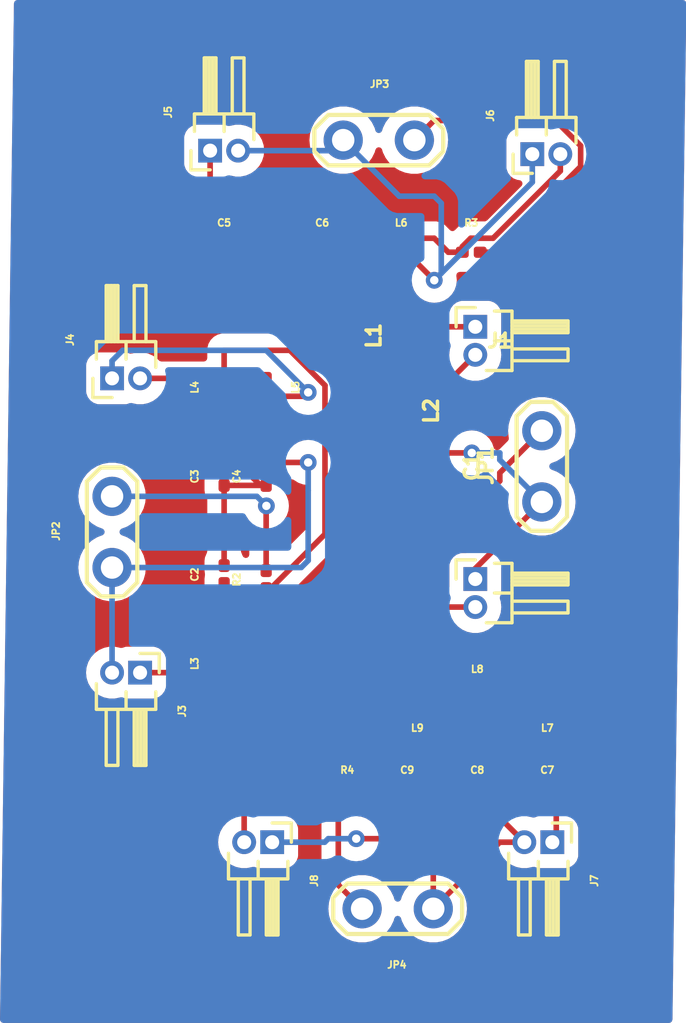
<source format=kicad_pcb>
(kicad_pcb (version 20240108) (generator "pcbnew") (generator_version "8.0")
  (layers (0 "F.Cu" signal) (31 "B.Cu" signal) (34 "B.Paste" user) (35 "F.Paste" user) (36 "B.SilkS" user "B.Silkscreen") (37 "F.SilkS" user "F.Silkscreen") (38 "B.Mask" user) (39 "F.Mask" user) (44 "Edge.Cuts" user))
  (net 0 "")
  (net 1 "GND")
  (net 2 "Net-(C1-Pad1)")
  (net 3 "Net-(C2-Pad1)")
  (net 4 "Net-(C2-Pad2)")
  (net 5 "Net-(C3-Pad2)")
  (net 6 "Net-(C5-Pad2)")
  (net 7 "Net-(J5-Pin_1)")
  (net 8 "Net-(J6-Pin_2)")
  (net 9 "Net-(C7-Pad2)")
  (net 10 "Net-(J7-Pin_1)")
  (net 11 "Net-(C8-Pad1)")
  (net 12 "Net-(J8-Pin_2)")
  (net 13 "Net-(J1-Pin_1)")
  (net 14 "Net-(J2-Pin_2)")
  (net 15 "Net-(J3-Pin_1)")
  (net 16 "Net-(J4-Pin_2)")
  (net 17 "Net-(JP1-B)")
  (net 18 "Net-(JP2-B)")
  (net 19 "Net-(JP3-B)")
  (net 20 "Net-(JP4-B)")
  (net 21 "GND2")
  (net 22 "GND4")
  (net 23 "GND3")
  (footprint "Inductor_SMD:L_0201_0603Metric" (layer "F.Cu") (at 143.035 88.425)
    (property "Reference" "L8" (at 0 -1.05 360) (layer "F.SilkS") (effects (font (size 0.25 0.25) (thickness 0.0625))))
    (property "Value" "L" (hide yes))
    (pad "1" smd roundrect (at -0.32 0) (size 0.46 0.4) (layers "F.Cu" "F.Mask") (net 9 "Net-(C7-Pad2)"))
    (pad "2" smd roundrect (at 0.32 0) (size 0.46 0.4) (layers "F.Cu" "F.Mask") (net 11 "Net-(C8-Pad1)"))
  )
  (footprint "Connector_PinHeader_1.00mm:PinHeader_1x02_P1.00mm_Horizontal" (layer "F.Cu") (at 145 69 90)
    (property "Reference" "J6" (at 1.375 -1.5 90) (layer "F.SilkS") (effects (font (size 0.25 0.25) (thickness 0.0625))))
    (property "Value" "Conn_01x02_Pin" (hide yes))
    (fp_line (start -0.685 -0.685) (end 0 -0.685) (stroke (width 0.12)) (layer "F.SilkS"))
    (fp_line (start 1.31 -0.56) (end 1.31 1.56) (stroke (width 0.12)) (layer "F.SilkS"))
    (fp_line (start 0.685 -0.56) (end 1.31 -0.56) (stroke (width 0.12)) (layer "F.SilkS"))
    (fp_line (start 3.31 -0.21) (end 3.31 0.21) (stroke (width 0.12)) (layer "F.SilkS"))
    (fp_line (start 1.31 -0.21) (end 3.31 -0.21) (stroke (width 0.12)) (layer "F.SilkS"))
    (fp_line (start 1.31 -0.15) (end 3.31 -0.15) (stroke (width 0.12)) (layer "F.SilkS"))
    (fp_line (start 1.31 -0.03) (end 3.31 -0.03) (stroke (width 0.12)) (layer "F.SilkS"))
    (fp_line (start -0.685 0) (end -0.685 -0.685) (stroke (width 0.12)) (layer "F.SilkS"))
    (fp_line (start 1.31 0.09) (end 3.31 0.09) (stroke (width 0.12)) (layer "F.SilkS"))
    (fp_line (start 3.31 0.21) (end 1.31 0.21) (stroke (width 0.12)) (layer "F.SilkS"))
    (fp_line (start 0.685 0.5) (end 1.31 0.5) (stroke (width 0.12)) (layer "F.SilkS"))
    (fp_line (start 3.31 0.79) (end 3.31 1.21) (stroke (width 0.12)) (layer "F.SilkS"))
    (fp_line (start 1.31 0.79) (end 3.31 0.79) (stroke (width 0.12)) (layer "F.SilkS"))
    (fp_line (start 3.31 1.21) (end 1.31 1.21) (stroke (width 0.12)) (layer "F.SilkS"))
    (fp_line (start 1.31 1.56) (end 0.394493 1.56) (stroke (width 0.12)) (layer "F.SilkS"))
    (pad "1" thru_hole rect (at 0 0 90) (size 0.85 0.85) (drill 0.5) (layers "*.Cu" "*.Mask") (net 23 "GND3"))
    (pad "2" thru_hole oval (at 0 1 90) (size 0.85 0.85) (drill 0.5) (layers "*.Cu" "*.Mask") (net 8 "Net-(J6-Pin_2)"))
  )
  (footprint "Capacitor_SMD:C_0201_0603Metric" (layer "F.Cu") (at 134 72.5)
    (property "Reference" "C5" (at 0 -1.05 360) (layer "F.SilkS") (effects (font (size 0.25 0.25) (thickness 0.0625))))
    (property "Value" "C" (hide yes))
    (pad "1" smd roundrect (at -0.32 0) (size 0.46 0.4) (layers "F.Cu" "F.Mask") (net 7 "Net-(J5-Pin_1)"))
    (pad "2" smd roundrect (at 0.32 0) (size 0.46 0.4) (layers "F.Cu" "F.Mask") (net 6 "Net-(C5-Pad2)"))
  )
  (footprint "Resistor_SMD:R_0201_0603Metric" (layer "F.Cu") (at 138.395 89.925 180)
    (property "Reference" "R4" (at 0 -1.05 360) (layer "F.SilkS") (effects (font (size 0.25 0.25) (thickness 0.0625))))
    (property "Value" "R" (hide yes))
    (pad "1" smd roundrect (at -0.32 0 180) (size 0.46 0.4) (layers "F.Cu" "F.Mask") (net 12 "Net-(J8-Pin_2)"))
    (pad "2" smd roundrect (at 0.32 0 180) (size 0.46 0.4) (layers "F.Cu" "F.Mask") (net 20 "Net-(JP4-B)"))
  )
  (footprint "Capacitor_SMD:C_0201_0603Metric" (layer "F.Cu") (at 141.84 80.16 90)
    (property "Reference" "C1" (at 0 1 90) (layer "F.SilkS") (effects (font (size 0.5 0.5) (thickness 0.125))))
    (property "Value" "C" (hide yes))
    (pad "1" smd roundrect (at -0.32 0 90) (size 0.46 0.4) (layers "F.Cu" "F.Mask") (net 2 "Net-(C1-Pad1)"))
    (pad "2" smd roundrect (at 0.32 0 90) (size 0.46 0.4) (layers "F.Cu" "F.Mask") (net 1 "GND"))
  )
  (footprint "TestPoint:TestPoint_2Pads_Pitch2.54mm_Drill0.8mm" (layer "F.Cu") (at 130 83.75 90)
    (property "Reference" "JP2" (at 1.3 -2 90) (layer "F.SilkS") (effects (font (size 0.25 0.25) (thickness 0.0625))))
    (property "Value" "Jumper_2_Bridged" (hide yes))
    (fp_line (start 3.07 -0.9) (end 3.57 -0.4) (stroke (width 0.15)) (layer "F.SilkS"))
    (fp_line (start -0.53 -0.9) (end 3.07 -0.9) (stroke (width 0.15)) (layer "F.SilkS"))
    (fp_line (start 3.57 -0.4) (end 3.57 0.4) (stroke (width 0.15)) (layer "F.SilkS"))
    (fp_line (start -1.03 -0.4) (end -0.53 -0.9) (stroke (width 0.15)) (layer "F.SilkS"))
    (fp_line (start 3.57 0.4) (end 3.07 0.9) (stroke (width 0.15)) (layer "F.SilkS"))
    (fp_line (start -1.03 0.4) (end -1.03 -0.4) (stroke (width 0.15)) (layer "F.SilkS"))
    (fp_line (start 3.07 0.9) (end -0.53 0.9) (stroke (width 0.15)) (layer "F.SilkS"))
    (fp_line (start -0.53 0.9) (end -1.03 0.4) (stroke (width 0.15)) (layer "F.SilkS"))
    (pad "1" thru_hole circle (at 0 0 90) (size 1.4 1.4) (drill 0.8) (layers "*.Cu" "*.Mask") (net 21 "GND2"))
    (pad "2" thru_hole circle (at 2.54 0 90) (size 1.4 1.4) (drill 0.8) (layers "*.Cu" "*.Mask") (net 18 "Net-(JP2-B)"))
  )
  (footprint "Connector_PinHeader_1.00mm:PinHeader_1x02_P1.00mm_Horizontal" (layer "F.Cu") (at 142.965 75.16)
    (property "Reference" "J1" (at 0.875 0.5 0) (layer "F.SilkS") (effects (font (size 0.5 0.5) (thickness 0.125))))
    (property "Value" "Conn_01x02_Pin" (hide yes))
    (fp_line (start -0.685 -0.685) (end 0 -0.685) (stroke (width 0.12)) (layer "F.SilkS"))
    (fp_line (start -0.685 0) (end -0.685 -0.685) (stroke (width 0.12)) (layer "F.SilkS"))
    (fp_line (start 0.685 -0.56) (end 1.31 -0.56) (stroke (width 0.12)) (layer "F.SilkS"))
    (fp_line (start 0.685 0.5) (end 1.31 0.5) (stroke (width 0.12)) (layer "F.SilkS"))
    (fp_line (start 1.31 -0.56) (end 1.31 1.56) (stroke (width 0.12)) (layer "F.SilkS"))
    (fp_line (start 1.31 -0.21) (end 3.31 -0.21) (stroke (width 0.12)) (layer "F.SilkS"))
    (fp_line (start 1.31 -0.15) (end 3.31 -0.15) (stroke (width 0.12)) (layer "F.SilkS"))
    (fp_line (start 1.31 -0.03) (end 3.31 -0.03) (stroke (width 0.12)) (layer "F.SilkS"))
    (fp_line (start 1.31 0.09) (end 3.31 0.09) (stroke (width 0.12)) (layer "F.SilkS"))
    (fp_line (start 1.31 0.79) (end 3.31 0.79) (stroke (width 0.12)) (layer "F.SilkS"))
    (fp_line (start 1.31 1.56) (end 0.394493 1.56) (stroke (width 0.12)) (layer "F.SilkS"))
    (fp_line (start 3.31 -0.21) (end 3.31 0.21) (stroke (width 0.12)) (layer "F.SilkS"))
    (fp_line (start 3.31 0.21) (end 1.31 0.21) (stroke (width 0.12)) (layer "F.SilkS"))
    (fp_line (start 3.31 0.79) (end 3.31 1.21) (stroke (width 0.12)) (layer "F.SilkS"))
    (fp_line (start 3.31 1.21) (end 1.31 1.21) (stroke (width 0.12)) (layer "F.SilkS"))
    (pad "1" thru_hole rect (at 0 0) (size 0.85 0.85) (drill 0.5) (layers "*.Cu" "*.Mask") (net 13 "Net-(J1-Pin_1)"))
    (pad "2" thru_hole oval (at 0 1) (size 0.85 0.85) (drill 0.5) (layers "*.Cu" "*.Mask") (net 1 "GND"))
  )
  (footprint "Inductor_SMD:L_0201_0603Metric" (layer "F.Cu") (at 135.5 77.32 -90)
    (property "Reference" "L5" (at 0 -1.05 90) (layer "F.SilkS") (effects (font (size 0.25 0.25) (thickness 0.0625))))
    (property "Value" "L" (hide yes))
    (pad "1" smd roundrect (at -0.32 0 270) (size 0.46 0.4) (layers "F.Cu" "F.Mask") (net 4 "Net-(C2-Pad2)"))
    (pad "2" smd roundrect (at 0.32 0 270) (size 0.46 0.4) (layers "F.Cu" "F.Mask") (net 21 "GND2"))
  )
  (footprint "Capacitor_SMD:C_0201_0603Metric" (layer "F.Cu") (at 135.5 80.5 90)
    (property "Reference" "C4" (at 0 -1.05 90) (layer "F.SilkS") (effects (font (size 0.25 0.25) (thickness 0.0625))))
    (property "Value" "C" (hide yes))
    (pad "1" smd roundrect (at -0.32 0 90) (size 0.46 0.4) (layers "F.Cu" "F.Mask") (net 4 "Net-(C2-Pad2)"))
    (pad "2" smd roundrect (at 0.32 0 90) (size 0.46 0.4) (layers "F.Cu" "F.Mask") (net 21 "GND2"))
  )
  (footprint "Capacitor_SMD:C_0201_0603Metric" (layer "F.Cu") (at 140.535 89.925 180)
    (property "Reference" "C9" (at 0 -1.05 360) (layer "F.SilkS") (effects (font (size 0.25 0.25) (thickness 0.0625))))
    (property "Value" "C" (hide yes))
    (pad "1" smd roundrect (at -0.32 0 180) (size 0.46 0.4) (layers "F.Cu" "F.Mask") (net 9 "Net-(C7-Pad2)"))
    (pad "2" smd roundrect (at 0.32 0 180) (size 0.46 0.4) (layers "F.Cu" "F.Mask") (net 12 "Net-(J8-Pin_2)"))
  )
  (footprint "Capacitor_SMD:C_0201_0603Metric" (layer "F.Cu") (at 143.035 89.925 180)
    (property "Reference" "C8" (at 0 -1.05 360) (layer "F.SilkS") (effects (font (size 0.25 0.25) (thickness 0.0625))))
    (property "Value" "C" (hide yes))
    (pad "1" smd roundrect (at -0.32 0 180) (size 0.46 0.4) (layers "F.Cu" "F.Mask") (net 11 "Net-(C8-Pad1)"))
    (pad "2" smd roundrect (at 0.32 0 180) (size 0.46 0.4) (layers "F.Cu" "F.Mask") (net 22 "GND4"))
  )
  (footprint "Inductor_SMD:L_0201_0603Metric" (layer "F.Cu") (at 140.34 75.48 -90)
    (property "Reference" "L1" (at 0 1 90) (layer "F.SilkS") (effects (font (size 0.5 0.5) (thickness 0.125))))
    (property "Value" "L" (hide yes))
    (pad "1" smd roundrect (at -0.32 0 270) (size 0.46 0.4) (layers "F.Cu" "F.Mask") (net 13 "Net-(J1-Pin_1)"))
    (pad "2" smd roundrect (at 0.32 0 270) (size 0.46 0.4) (layers "F.Cu" "F.Mask") (net 2 "Net-(C1-Pad1)"))
  )
  (footprint "Resistor_SMD:R_0201_0603Metric" (layer "F.Cu") (at 140.34 81.66 90)
    (property "Reference" "R1" (hide yes))
    (property "Value" "R" (hide yes))
    (pad "1" smd roundrect (at -0.32 0 90) (size 0.46 0.4) (layers "F.Cu" "F.Mask") (net 14 "Net-(J2-Pin_2)"))
    (pad "2" smd roundrect (at 0.32 0 90) (size 0.46 0.4) (layers "F.Cu" "F.Mask") (net 17 "Net-(JP1-B)"))
  )
  (footprint "Capacitor_SMD:C_0201_0603Metric" (layer "F.Cu") (at 134 80.5 90)
    (property "Reference" "C3" (at 0 -1.05 90) (layer "F.SilkS") (effects (font (size 0.25 0.25) (thickness 0.0625))))
    (property "Value" "C" (hide yes))
    (pad "1" smd roundrect (at -0.32 0 90) (size 0.46 0.4) (layers "F.Cu" "F.Mask") (net 4 "Net-(C2-Pad2)"))
    (pad "2" smd roundrect (at 0.32 0 90) (size 0.46 0.4) (layers "F.Cu" "F.Mask") (net 5 "Net-(C3-Pad2)"))
  )
  (footprint "Resistor_SMD:R_0201_0603Metric" (layer "F.Cu") (at 142.82 72.5)
    (property "Reference" "R3" (at 0 -1.05 360) (layer "F.SilkS") (effects (font (size 0.25 0.25) (thickness 0.0625))))
    (property "Value" "R" (hide yes))
    (pad "1" smd roundrect (at -0.32 0) (size 0.46 0.4) (layers "F.Cu" "F.Mask") (net 8 "Net-(J6-Pin_2)"))
    (pad "2" smd roundrect (at 0.32 0) (size 0.46 0.4) (layers "F.Cu" "F.Mask") (net 19 "Net-(JP3-B)"))
  )
  (footprint "Connector_PinHeader_1.00mm:PinHeader_1x02_P1.00mm_Horizontal" (layer "F.Cu") (at 145.715 93.55 -90)
    (property "Reference" "J7" (at 1.375 -1.5 90) (layer "F.SilkS") (effects (font (size 0.25 0.25) (thickness 0.0625))))
    (property "Value" "Conn_01x02_Pin" (hide yes))
    (fp_line (start 1.31 1.56) (end 0.394493 1.56) (stroke (width 0.12)) (layer "F.SilkS"))
    (fp_line (start 3.31 1.21) (end 1.31 1.21) (stroke (width 0.12)) (layer "F.SilkS"))
    (fp_line (start 1.31 0.79) (end 3.31 0.79) (stroke (width 0.12)) (layer "F.SilkS"))
    (fp_line (start 3.31 0.79) (end 3.31 1.21) (stroke (width 0.12)) (layer "F.SilkS"))
    (fp_line (start 0.685 0.5) (end 1.31 0.5) (stroke (width 0.12)) (layer "F.SilkS"))
    (fp_line (start 3.31 0.21) (end 1.31 0.21) (stroke (width 0.12)) (layer "F.SilkS"))
    (fp_line (start 1.31 0.09) (end 3.31 0.09) (stroke (width 0.12)) (layer "F.SilkS"))
    (fp_line (start -0.685 0) (end -0.685 -0.685) (stroke (width 0.12)) (layer "F.SilkS"))
    (fp_line (start 1.31 -0.03) (end 3.31 -0.03) (stroke (width 0.12)) (layer "F.SilkS"))
    (fp_line (start 1.31 -0.15) (end 3.31 -0.15) (stroke (width 0.12)) (layer "F.SilkS"))
    (fp_line (start 1.31 -0.21) (end 3.31 -0.21) (stroke (width 0.12)) (layer "F.SilkS"))
    (fp_line (start 3.31 -0.21) (end 3.31 0.21) (stroke (width 0.12)) (layer "F.SilkS"))
    (fp_line (start 0.685 -0.56) (end 1.31 -0.56) (stroke (width 0.12)) (layer "F.SilkS"))
    (fp_line (start 1.31 -0.56) (end 1.31 1.56) (stroke (width 0.12)) (layer "F.SilkS"))
    (fp_line (start -0.685 -0.685) (end 0 -0.685) (stroke (width 0.12)) (layer "F.SilkS"))
    (pad "1" thru_hole rect (at 0 0 270) (size 0.85 0.85) (drill 0.5) (layers "*.Cu" "*.Mask") (net 10 "Net-(J7-Pin_1)"))
    (pad "2" thru_hole oval (at 0 1 270) (size 0.85 0.85) (drill 0.5) (layers "*.Cu" "*.Mask") (net 22 "GND4"))
  )
  (footprint "Connector_PinHeader_1.00mm:PinHeader_1x02_P1.00mm_Horizontal" (layer "F.Cu") (at 133.5 68.875 90)
    (property "Reference" "J5" (at 1.375 -1.5 90) (layer "F.SilkS") (effects (font (size 0.25 0.25) (thickness 0.0625))))
    (property "Value" "Conn_01x02_Pin" (hide yes))
    (fp_line (start -0.685 -0.685) (end 0 -0.685) (stroke (width 0.12)) (layer "F.SilkS"))
    (fp_line (start 1.31 -0.56) (end 1.31 1.56) (stroke (width 0.12)) (layer "F.SilkS"))
    (fp_line (start 0.685 -0.56) (end 1.31 -0.56) (stroke (width 0.12)) (layer "F.SilkS"))
    (fp_line (start 3.31 -0.21) (end 3.31 0.21) (stroke (width 0.12)) (layer "F.SilkS"))
    (fp_line (start 1.31 -0.21) (end 3.31 -0.21) (stroke (width 0.12)) (layer "F.SilkS"))
    (fp_line (start 1.31 -0.15) (end 3.31 -0.15) (stroke (width 0.12)) (layer "F.SilkS"))
    (fp_line (start 1.31 -0.03) (end 3.31 -0.03) (stroke (width 0.12)) (layer "F.SilkS"))
    (fp_line (start -0.685 0) (end -0.685 -0.685) (stroke (width 0.12)) (layer "F.SilkS"))
    (fp_line (start 1.31 0.09) (end 3.31 0.09) (stroke (width 0.12)) (layer "F.SilkS"))
    (fp_line (start 3.31 0.21) (end 1.31 0.21) (stroke (width 0.12)) (layer "F.SilkS"))
    (fp_line (start 0.685 0.5) (end 1.31 0.5) (stroke (width 0.12)) (layer "F.SilkS"))
    (fp_line (start 3.31 0.79) (end 3.31 1.21) (stroke (width 0.12)) (layer "F.SilkS"))
    (fp_line (start 1.31 0.79) (end 3.31 0.79) (stroke (width 0.12)) (layer "F.SilkS"))
    (fp_line (start 3.31 1.21) (end 1.31 1.21) (stroke (width 0.12)) (layer "F.SilkS"))
    (fp_line (start 1.31 1.56) (end 0.394493 1.56) (stroke (width 0.12)) (layer "F.SilkS"))
    (pad "1" thru_hole rect (at 0 0 90) (size 0.85 0.85) (drill 0.5) (layers "*.Cu" "*.Mask") (net 7 "Net-(J5-Pin_1)"))
    (pad "2" thru_hole oval (at 0 1 90) (size 0.85 0.85) (drill 0.5) (layers "*.Cu" "*.Mask") (net 23 "GND3"))
  )
  (footprint "Resistor_SMD:R_0201_0603Metric" (layer "F.Cu") (at 135.5 84.18 90)
    (property "Reference" "R2" (at 0 -1.05 90) (layer "F.SilkS") (effects (font (size 0.25 0.25) (thickness 0.0625))))
    (property "Value" "R" (hide yes))
    (pad "1" smd roundrect (at -0.32 0 90) (size 0.46 0.4) (layers "F.Cu" "F.Mask") (net 16 "Net-(J4-Pin_2)"))
    (pad "2" smd roundrect (at 0.32 0 90) (size 0.46 0.4) (layers "F.Cu" "F.Mask") (net 18 "Net-(JP2-B)"))
  )
  (footprint "Inductor_SMD:L_0201_0603Metric" (layer "F.Cu") (at 145.535 88.425 180)
    (property "Reference" "L7" (at 0 -1.05 360) (layer "F.SilkS") (effects (font (size 0.25 0.25) (thickness 0.0625))))
    (property "Value" "L" (hide yes))
    (pad "1" smd roundrect (at -0.32 0 180) (size 0.46 0.4) (layers "F.Cu" "F.Mask") (net 10 "Net-(J7-Pin_1)"))
    (pad "2" smd roundrect (at 0.32 0 180) (size 0.46 0.4) (layers "F.Cu" "F.Mask") (net 9 "Net-(C7-Pad2)"))
  )
  (footprint "Inductor_SMD:L_0201_0603Metric" (layer "F.Cu") (at 140.32 72.5)
    (property "Reference" "L6" (at 0 -1.05 360) (layer "F.SilkS") (effects (font (size 0.25 0.25) (thickness 0.0625))))
    (property "Value" "L" (hide yes))
    (pad "1" smd roundrect (at -0.32 0) (size 0.46 0.4) (layers "F.Cu" "F.Mask") (net 6 "Net-(C5-Pad2)"))
    (pad "2" smd roundrect (at 0.32 0) (size 0.46 0.4) (layers "F.Cu" "F.Mask") (net 23 "GND3"))
  )
  (footprint "Inductor_SMD:L_0201_0603Metric" (layer "F.Cu") (at 134 87.18 90)
    (property "Reference" "L3" (at 0 -1.05 90) (layer "F.SilkS") (effects (font (size 0.25 0.25) (thickness 0.0625))))
    (property "Value" "L" (hide yes))
    (pad "1" smd roundrect (at -0.32 0 90) (size 0.46 0.4) (layers "F.Cu" "F.Mask") (net 15 "Net-(J3-Pin_1)"))
    (pad "2" smd roundrect (at 0.32 0 90) (size 0.46 0.4) (layers "F.Cu" "F.Mask") (net 3 "Net-(C2-Pad1)"))
  )
  (footprint "Capacitor_SMD:C_0201_0603Metric" (layer "F.Cu") (at 145.535 89.925 180)
    (property "Reference" "C7" (at 0 -1.05 360) (layer "F.SilkS") (effects (font (size 0.25 0.25) (thickness 0.0625))))
    (property "Value" "C" (hide yes))
    (pad "1" smd roundrect (at -0.32 0 180) (size 0.46 0.4) (layers "F.Cu" "F.Mask") (net 10 "Net-(J7-Pin_1)"))
    (pad "2" smd roundrect (at 0.32 0 180) (size 0.46 0.4) (layers "F.Cu" "F.Mask") (net 9 "Net-(C7-Pad2)"))
  )
  (footprint "Inductor_SMD:L_0201_0603Metric" (layer "F.Cu") (at 140.34 78.16 -90)
    (property "Reference" "L2" (at 0 -1.05 90) (layer "F.SilkS") (effects (font (size 0.5 0.5) (thickness 0.125))))
    (property "Value" "L" (hide yes))
    (pad "1" smd roundrect (at -0.32 0 270) (size 0.46 0.4) (layers "F.Cu" "F.Mask") (net 2 "Net-(C1-Pad1)"))
    (pad "2" smd roundrect (at 0.32 0 270) (size 0.46 0.4) (layers "F.Cu" "F.Mask") (net 14 "Net-(J2-Pin_2)"))
  )
  (footprint "Connector_PinHeader_1.00mm:PinHeader_1x02_P1.00mm_Horizontal" (layer "F.Cu") (at 142.965 84.16)
    (property "Reference" "J2" (hide yes))
    (property "Value" "Conn_01x02_Pin" (hide yes))
    (fp_line (start -0.685 -0.685) (end 0 -0.685) (stroke (width 0.12)) (layer "F.SilkS"))
    (fp_line (start -0.685 0) (end -0.685 -0.685) (stroke (width 0.12)) (layer "F.SilkS"))
    (fp_line (start 0.685 -0.56) (end 1.31 -0.56) (stroke (width 0.12)) (layer "F.SilkS"))
    (fp_line (start 0.685 0.5) (end 1.31 0.5) (stroke (width 0.12)) (layer "F.SilkS"))
    (fp_line (start 1.31 -0.56) (end 1.31 1.56) (stroke (width 0.12)) (layer "F.SilkS"))
    (fp_line (start 1.31 -0.21) (end 3.31 -0.21) (stroke (width 0.12)) (layer "F.SilkS"))
    (fp_line (start 1.31 -0.15) (end 3.31 -0.15) (stroke (width 0.12)) (layer "F.SilkS"))
    (fp_line (start 1.31 -0.03) (end 3.31 -0.03) (stroke (width 0.12)) (layer "F.SilkS"))
    (fp_line (start 1.31 0.09) (end 3.31 0.09) (stroke (width 0.12)) (layer "F.SilkS"))
    (fp_line (start 1.31 0.79) (end 3.31 0.79) (stroke (width 0.12)) (layer "F.SilkS"))
    (fp_line (start 1.31 1.56) (end 0.394493 1.56) (stroke (width 0.12)) (layer "F.SilkS"))
    (fp_line (start 3.31 -0.21) (end 3.31 0.21) (stroke (width 0.12)) (layer "F.SilkS"))
    (fp_line (start 3.31 0.21) (end 1.31 0.21) (stroke (width 0.12)) (layer "F.SilkS"))
    (fp_line (start 3.31 0.79) (end 3.31 1.21) (stroke (width 0.12)) (layer "F.SilkS"))
    (fp_line (start 3.31 1.21) (end 1.31 1.21) (stroke (width 0.12)) (layer "F.SilkS"))
    (pad "1" thru_hole rect (at 0 0) (size 0.85 0.85) (drill 0.5) (layers "*.Cu" "*.Mask") (net 1 "GND"))
    (pad "2" thru_hole oval (at 0 1) (size 0.85 0.85) (drill 0.5) (layers "*.Cu" "*.Mask") (net 14 "Net-(J2-Pin_2)"))
  )
  (footprint "Connector_PinHeader_1.00mm:PinHeader_1x02_P1.00mm_Horizontal" (layer "F.Cu") (at 135.715 93.55 -90)
    (property "Reference" "J8" (at 1.375 -1.5 90) (layer "F.SilkS") (effects (font (size 0.25 0.25) (thickness 0.0625))))
    (property "Value" "Conn_01x02_Pin" (hide yes))
    (fp_line (start 1.31 1.56) (end 0.394493 1.56) (stroke (width 0.12)) (layer "F.SilkS"))
    (fp_line (start 3.31 1.21) (end 1.31 1.21) (stroke (width 0.12)) (layer "F.SilkS"))
    (fp_line (start 1.31 0.79) (end 3.31 0.79) (stroke (width 0.12)) (layer "F.SilkS"))
    (fp_line (start 3.31 0.79) (end 3.31 1.21) (stroke (width 0.12)) (layer "F.SilkS"))
    (fp_line (start 0.685 0.5) (end 1.31 0.5) (stroke (width 0.12)) (layer "F.SilkS"))
    (fp_line (start 3.31 0.21) (end 1.31 0.21) (stroke (width 0.12)) (layer "F.SilkS"))
    (fp_line (start 1.31 0.09) (end 3.31 0.09) (stroke (width 0.12)) (layer "F.SilkS"))
    (fp_line (start -0.685 0) (end -0.685 -0.685) (stroke (width 0.12)) (layer "F.SilkS"))
    (fp_line (start 1.31 -0.03) (end 3.31 -0.03) (stroke (width 0.12)) (layer "F.SilkS"))
    (fp_line (start 1.31 -0.15) (end 3.31 -0.15) (stroke (width 0.12)) (layer "F.SilkS"))
    (fp_line (start 1.31 -0.21) (end 3.31 -0.21) (stroke (width 0.12)) (layer "F.SilkS"))
    (fp_line (start 3.31 -0.21) (end 3.31 0.21) (stroke (width 0.12)) (layer "F.SilkS"))
    (fp_line (start 0.685 -0.56) (end 1.31 -0.56) (stroke (width 0.12)) (layer "F.SilkS"))
    (fp_line (start 1.31 -0.56) (end 1.31 1.56) (stroke (width 0.12)) (layer "F.SilkS"))
    (fp_line (start -0.685 -0.685) (end 0 -0.685) (stroke (width 0.12)) (layer "F.SilkS"))
    (pad "1" thru_hole rect (at 0 0 270) (size 0.85 0.85) (drill 0.5) (layers "*.Cu" "*.Mask") (net 22 "GND4"))
    (pad "2" thru_hole oval (at 0 1 270) (size 0.85 0.85) (drill 0.5) (layers "*.Cu" "*.Mask") (net 12 "Net-(J8-Pin_2)"))
  )
  (footprint "Connector_PinHeader_1.00mm:PinHeader_1x02_P1.00mm_Horizontal" (layer "F.Cu") (at 131 87.5 -90)
    (property "Reference" "J3" (at 1.375 -1.5 90) (layer "F.SilkS") (effects (font (size 0.25 0.25) (thickness 0.0625))))
    (property "Value" "Conn_01x02_Pin" (hide yes))
    (fp_line (start 1.31 1.56) (end 0.394493 1.56) (stroke (width 0.12)) (layer "F.SilkS"))
    (fp_line (start 3.31 1.21) (end 1.31 1.21) (stroke (width 0.12)) (layer "F.SilkS"))
    (fp_line (start 1.31 0.79) (end 3.31 0.79) (stroke (width 0.12)) (layer "F.SilkS"))
    (fp_line (start 3.31 0.79) (end 3.31 1.21) (stroke (width 0.12)) (layer "F.SilkS"))
    (fp_line (start 0.685 0.5) (end 1.31 0.5) (stroke (width 0.12)) (layer "F.SilkS"))
    (fp_line (start 3.31 0.21) (end 1.31 0.21) (stroke (width 0.12)) (layer "F.SilkS"))
    (fp_line (start 1.31 0.09) (end 3.31 0.09) (stroke (width 0.12)) (layer "F.SilkS"))
    (fp_line (start -0.685 0) (end -0.685 -0.685) (stroke (width 0.12)) (layer "F.SilkS"))
    (fp_line (start 1.31 -0.03) (end 3.31 -0.03) (stroke (width 0.12)) (layer "F.SilkS"))
    (fp_line (start 1.31 -0.15) (end 3.31 -0.15) (stroke (width 0.12)) (layer "F.SilkS"))
    (fp_line (start 1.31 -0.21) (end 3.31 -0.21) (stroke (width 0.12)) (layer "F.SilkS"))
    (fp_line (start 3.31 -0.21) (end 3.31 0.21) (stroke (width 0.12)) (layer "F.SilkS"))
    (fp_line (start 0.685 -0.56) (end 1.31 -0.56) (stroke (width 0.12)) (layer "F.SilkS"))
    (fp_line (start 1.31 -0.56) (end 1.31 1.56) (stroke (width 0.12)) (layer "F.SilkS"))
    (fp_line (start -0.685 -0.685) (end 0 -0.685) (stroke (width 0.12)) (layer "F.SilkS"))
    (pad "1" thru_hole rect (at 0 0 270) (size 0.85 0.85) (drill 0.5) (layers "*.Cu" "*.Mask") (net 15 "Net-(J3-Pin_1)"))
    (pad "2" thru_hole oval (at 0 1 270) (size 0.85 0.85) (drill 0.5) (layers "*.Cu" "*.Mask") (net 21 "GND2"))
  )
  (footprint "TestPoint:TestPoint_2Pads_Pitch2.54mm_Drill0.8mm" (layer "F.Cu") (at 141.465 95.925 180)
    (property "Reference" "JP4" (at 1.3 -2 360) (layer "F.SilkS") (effects (font (size 0.25 0.25) (thickness 0.0625))))
    (property "Value" "Jumper_2_Bridged" (hide yes))
    (fp_line (start 3.57 0.4) (end 3.07 0.9) (stroke (width 0.15)) (layer "F.SilkS"))
    (fp_line (start 3.57 -0.4) (end 3.57 0.4) (stroke (width 0.15)) (layer "F.SilkS"))
    (fp_line (start 3.07 0.9) (end -0.53 0.9) (stroke (width 0.15)) (layer "F.SilkS"))
    (fp_line (start 3.07 -0.9) (end 3.57 -0.4) (stroke (width 0.15)) (layer "F.SilkS"))
    (fp_line (start -0.53 0.9) (end -1.03 0.4) (stroke (width 0.15)) (layer "F.SilkS"))
    (fp_line (start -0.53 -0.9) (end 3.07 -0.9) (stroke (width 0.15)) (layer "F.SilkS"))
    (fp_line (start -1.03 0.4) (end -1.03 -0.4) (stroke (width 0.15)) (layer "F.SilkS"))
    (fp_line (start -1.03 -0.4) (end -0.53 -0.9) (stroke (width 0.15)) (layer "F.SilkS"))
    (pad "1" thru_hole circle (at 0 0 180) (size 1.4 1.4) (drill 0.8) (layers "*.Cu" "*.Mask") (net 22 "GND4"))
    (pad "2" thru_hole circle (at 2.54 0 180) (size 1.4 1.4) (drill 0.8) (layers "*.Cu" "*.Mask") (net 20 "Net-(JP4-B)"))
  )
  (footprint "Capacitor_SMD:C_0201_0603Metric" (layer "F.Cu") (at 134 84 90)
    (property "Reference" "C2" (at 0 -1.05 90) (layer "F.SilkS") (effects (font (size 0.25 0.25) (thickness 0.0625))))
    (property "Value" "C" (hide yes))
    (pad "1" smd roundrect (at -0.32 0 90) (size 0.46 0.4) (layers "F.Cu" "F.Mask") (net 3 "Net-(C2-Pad1)"))
    (pad "2" smd roundrect (at 0.32 0 90) (size 0.46 0.4) (layers "F.Cu" "F.Mask") (net 4 "Net-(C2-Pad2)"))
  )
  (footprint "Inductor_SMD:L_0201_0603Metric" (layer "F.Cu") (at 134 77.32 90)
    (property "Reference" "L4" (at 0 -1.05 90) (layer "F.SilkS") (effects (font (size 0.25 0.25) (thickness 0.0625))))
    (property "Value" "L" (hide yes))
    (pad "1" smd roundrect (at -0.32 0 90) (size 0.46 0.4) (layers "F.Cu" "F.Mask") (net 5 "Net-(C3-Pad2)"))
    (pad "2" smd roundrect (at 0.32 0 90) (size 0.46 0.4) (layers "F.Cu" "F.Mask") (net 16 "Net-(J4-Pin_2)"))
  )
  (footprint "Capacitor_SMD:C_0201_0603Metric" (layer "F.Cu") (at 137.5 72.5)
    (property "Reference" "C6" (at 0 -1.05 360) (layer "F.SilkS") (effects (font (size 0.25 0.25) (thickness 0.0625))))
    (property "Value" "C" (hide yes))
    (pad "1" smd roundrect (at -0.32 0) (size 0.46 0.4) (layers "F.Cu" "F.Mask") (net 6 "Net-(C5-Pad2)"))
    (pad "2" smd roundrect (at 0.32 0) (size 0.46 0.4) (layers "F.Cu" "F.Mask") (net 8 "Net-(J6-Pin_2)"))
  )
  (footprint "TestPoint:TestPoint_2Pads_Pitch2.54mm_Drill0.8mm" (layer "F.Cu") (at 145.34 81.41 90)
    (property "Reference" "JP1" (at 1.3 -2 90) (layer "F.SilkS") (effects (font (size 0.5 0.5) (thickness 0.125))))
    (property "Value" "Jumper_2_Bridged" (hide yes))
    (fp_line (start 3.07 -0.9) (end 3.57 -0.4) (stroke (width 0.15)) (layer "F.SilkS"))
    (fp_line (start -0.53 -0.9) (end 3.07 -0.9) (stroke (width 0.15)) (layer "F.SilkS"))
    (fp_line (start 3.57 -0.4) (end 3.57 0.4) (stroke (width 0.15)) (layer "F.SilkS"))
    (fp_line (start -1.03 -0.4) (end -0.53 -0.9) (stroke (width 0.15)) (layer "F.SilkS"))
    (fp_line (start 3.57 0.4) (end 3.07 0.9) (stroke (width 0.15)) (layer "F.SilkS"))
    (fp_line (start -1.03 0.4) (end -1.03 -0.4) (stroke (width 0.15)) (layer "F.SilkS"))
    (fp_line (start 3.07 0.9) (end -0.53 0.9) (stroke (width 0.15)) (layer "F.SilkS"))
    (fp_line (start -0.53 0.9) (end -1.03 0.4) (stroke (width 0.15)) (layer "F.SilkS"))
    (pad "1" thru_hole circle (at 0 0 90) (size 1.4 1.4) (drill 0.8) (layers "*.Cu" "*.Mask") (net 1 "GND"))
    (pad "2" thru_hole circle (at 2.54 0 90) (size 1.4 1.4) (drill 0.8) (layers "*.Cu" "*.Mask") (net 17 "Net-(JP1-B)"))
  )
  (footprint "Connector_PinHeader_1.00mm:PinHeader_1x02_P1.00mm_Horizontal" (layer "F.Cu") (at 130 77 90)
    (property "Reference" "J4" (at 1.375 -1.5 90) (layer "F.SilkS") (effects (font (size 0.25 0.25) (thickness 0.0625))))
    (property "Value" "Conn_01x02_Pin" (hide yes))
    (fp_line (start -0.685 -0.685) (end 0 -0.685) (stroke (width 0.12)) (layer "F.SilkS"))
    (fp_line (start 1.31 -0.56) (end 1.31 1.56) (stroke (width 0.12)) (layer "F.SilkS"))
    (fp_line (start 0.685 -0.56) (end 1.31 -0.56) (stroke (width 0.12)) (layer "F.SilkS"))
    (fp_line (start 3.31 -0.21) (end 3.31 0.21) (stroke (width 0.12)) (layer "F.SilkS"))
    (fp_line (start 1.31 -0.21) (end 3.31 -0.21) (stroke (width 0.12)) (layer "F.SilkS"))
    (fp_line (start 1.31 -0.15) (end 3.31 -0.15) (stroke (width 0.12)) (layer "F.SilkS"))
    (fp_line (start 1.31 -0.03) (end 3.31 -0.03) (stroke (width 0.12)) (layer "F.SilkS"))
    (fp_line (start -0.685 0) (end -0.685 -0.685) (stroke (width 0.12)) (layer "F.SilkS"))
    (fp_line (start 1.31 0.09) (end 3.31 0.09) (stroke (width 0.12)) (layer "F.SilkS"))
    (fp_line (start 3.31 0.21) (end 1.31 0.21) (stroke (width 0.12)) (layer "F.SilkS"))
    (fp_line (start 0.685 0.5) (end 1.31 0.5) (stroke (width 0.12)) (layer "F.SilkS"))
    (fp_line (start 3.31 0.79) (end 3.31 1.21) (stroke (width 0.12)) (layer "F.SilkS"))
    (fp_line (start 1.31 0.79) (end 3.31 0.79) (stroke (width 0.12)) (layer "F.SilkS"))
    (fp_line (start 3.31 1.21) (end 1.31 1.21) (stroke (width 0.12)) (layer "F.SilkS"))
    (fp_line (start 1.31 1.56) (end 0.394493 1.56) (stroke (width 0.12)) (layer "F.SilkS"))
    (pad "1" thru_hole rect (at 0 0 90) (size 0.85 0.85) (drill 0.5) (layers "*.Cu" "*.Mask") (net 21 "GND2"))
    (pad "2" thru_hole oval (at 0 1 90) (size 0.85 0.85) (drill 0.5) (layers "*.Cu" "*.Mask") (net 16 "Net-(J4-Pin_2)"))
  )
  (footprint "TestPoint:TestPoint_2Pads_Pitch2.54mm_Drill0.8mm" (layer "F.Cu") (at 138.25 68.5)
    (property "Reference" "JP3" (at 1.3 -2 360) (layer "F.SilkS") (effects (font (size 0.25 0.25) (thickness 0.0625))))
    (property "Value" "Jumper_2_Bridged" (hide yes))
    (fp_line (start -1.03 -0.4) (end -0.53 -0.9) (stroke (width 0.15)) (layer "F.SilkS"))
    (fp_line (start -1.03 0.4) (end -1.03 -0.4) (stroke (width 0.15)) (layer "F.SilkS"))
    (fp_line (start -0.53 -0.9) (end 3.07 -0.9) (stroke (width 0.15)) (layer "F.SilkS"))
    (fp_line (start -0.53 0.9) (end -1.03 0.4) (stroke (width 0.15)) (layer "F.SilkS"))
    (fp_line (start 3.07 -0.9) (end 3.57 -0.4) (stroke (width 0.15)) (layer "F.SilkS"))
    (fp_line (start 3.07 0.9) (end -0.53 0.9) (stroke (width 0.15)) (layer "F.SilkS"))
    (fp_line (start 3.57 -0.4) (end 3.57 0.4) (stroke (width 0.15)) (layer "F.SilkS"))
    (fp_line (start 3.57 0.4) (end 3.07 0.9) (stroke (width 0.15)) (layer "F.SilkS"))
    (pad "1" thru_hole circle (at 0 0) (size 1.4 1.4) (drill 0.8) (layers "*.Cu" "*.Mask") (net 23 "GND3"))
    (pad "2" thru_hole circle (at 2.54 0) (size 1.4 1.4) (drill 0.8) (layers "*.Cu" "*.Mask") (net 19 "Net-(JP3-B)"))
  )
  (footprint "Inductor_SMD:L_0201_0603Metric" (layer "F.Cu") (at 140.895 88.425 180)
    (property "Reference" "L9" (at 0 -1.05 360) (layer "F.SilkS") (effects (font (size 0.25 0.25) (thickness 0.0625))))
    (property "Value" "L" (hide yes))
    (pad "1" smd roundrect (at -0.32 0 180) (size 0.46 0.4) (layers "F.Cu" "F.Mask") (net 9 "Net-(C7-Pad2)"))
    (pad "2" smd roundrect (at 0.32 0 180) (size 0.46 0.4) (layers "F.Cu" "F.Mask") (net 12 "Net-(J8-Pin_2)"))
  )
  (segment (start 142.02 79.66) (end 141.84 79.84) (width 0.2) (layer "F.Cu") (net 1))
  (segment (start 141.84 79.84) (end 141.84 77.285) (width 0.2) (layer "F.Cu") (net 1))
  (segment (start 142.84 79.66) (end 142.02 79.66) (width 0.2) (layer "F.Cu") (net 1))
  (segment (start 141.84 77.285) (end 142.965 76.16) (width 0.2) (layer "F.Cu") (net 1))
  (segment (start 145.34 81.41) (end 145.09 81.16) (width 0.2) (layer "F.Cu") (net 1))
  (segment (start 145.34 81.41) (end 142.965 83.785) (width 0.2) (layer "F.Cu") (net 1))
  (segment (start 142.965 83.785) (end 142.965 84.16) (width 0.2) (layer "F.Cu") (net 1))
  (via (at 142.84 79.66) (size 0.6) (drill 0.3) (layers "F.Cu" "B.Cu") (net 1))
  (segment (start 143.84 79.91) (end 143.84 79.66) (width 0.2) (layer "B.Cu") (net 1))
  (segment (start 143.84 79.66) (end 142.84 79.66) (width 0.2) (layer "B.Cu") (net 1))
  (segment (start 145.34 81.41) (end 143.84 79.91) (width 0.2) (layer "B.Cu") (net 1))
  (segment (start 140.84 76.16) (end 140.7 76.16) (width 0.2) (layer "F.Cu") (net 2))
  (segment (start 140.539999 77.84) (end 140.34 77.84) (width 0.2) (layer "F.Cu") (net 2))
  (segment (start 140.84 79.679999) (end 140.84 78.140001) (width 0.2) (layer "F.Cu") (net 2))
  (segment (start 141.84 80.48) (end 141.640001 80.48) (width 0.2) (layer "F.Cu") (net 2))
  (segment (start 141.640001 80.48) (end 140.84 79.679999) (width 0.2) (layer "F.Cu") (net 2))
  (segment (start 140.34 75.8) (end 140.34 77.84) (width 0.2) (layer "F.Cu") (net 2))
  (segment (start 140.84 78.140001) (end 140.539999 77.84) (width 0.2) (layer "F.Cu") (net 2))
  (segment (start 140.84 78.140001) (end 140.84 76.16) (width 0.2) (layer "F.Cu") (net 2))
  (segment (start 140.7 76.16) (end 140.34 75.8) (width 0.2) (layer "F.Cu") (net 2))
  (segment (start 134 86.86) (end 134 84.32) (width 0.2) (layer "F.Cu") (net 3))
  (segment (start 135 80.519999) (end 135.300001 80.82) (width 0.2) (layer "F.Cu") (net 4))
  (segment (start 134 80.82) (end 134 83.68) (width 0.2) (layer "F.Cu") (net 4))
  (segment (start 135.5 77) (end 135.300001 77) (width 0.2) (layer "F.Cu") (net 4))
  (segment (start 135 77.300001) (end 135 80.519999) (width 0.2) (layer "F.Cu") (net 4))
  (segment (start 135.5 80.82) (end 134 80.82) (width 0.2) (layer "F.Cu") (net 4))
  (segment (start 135.300001 80.82) (end 135.5 80.82) (width 0.2) (layer "F.Cu") (net 4))
  (segment (start 135.300001 77) (end 135 77.300001) (width 0.2) (layer "F.Cu") (net 4))
  (segment (start 134 80.18) (end 134 77.64) (width 0.2) (layer "F.Cu") (net 5))
  (segment (start 140 72.5) (end 140 73) (width 0.2) (layer "F.Cu") (net 6))
  (segment (start 140 73) (end 139.5 73.5) (width 0.2) (layer "F.Cu") (net 6))
  (segment (start 137.18 72.699999) (end 137.18 72.5) (width 0.2) (layer "F.Cu") (net 6))
  (segment (start 134.32 72.5) (end 137.18 72.5) (width 0.2) (layer "F.Cu") (net 6))
  (segment (start 139.5 73.5) (end 137.980001 73.5) (width 0.2) (layer "F.Cu") (net 6))
  (segment (start 137.980001 73.5) (end 137.18 72.699999) (width 0.2) (layer "F.Cu") (net 6))
  (segment (start 133.5 68.875) (end 133.5 72.32) (width 0.2) (layer "F.Cu") (net 7))
  (segment (start 133.5 72.32) (end 133.68 72.5) (width 0.2) (layer "F.Cu") (net 7))
  (segment (start 146 69) (end 146 69.60104) (width 0.2) (layer "F.Cu") (net 8))
  (segment (start 146 69.60104) (end 143.60104 72) (width 0.2) (layer "F.Cu") (net 8))
  (segment (start 142.800001 72) (end 142.5 72.300001) (width 0.2) (layer "F.Cu") (net 8))
  (segment (start 142.5 72.300001) (end 142.5 72.5) (width 0.2) (layer "F.Cu") (net 8))
  (segment (start 138.32 72) (end 137.82 72.5) (width 0.2) (layer "F.Cu") (net 8))
  (segment (start 143.60104 72) (end 142.800001 72) (width 0.2) (layer "F.Cu") (net 8))
  (segment (start 142 72.5) (end 141.5 72) (width 0.2) (layer "F.Cu") (net 8))
  (segment (start 141.5 72) (end 138.32 72) (width 0.2) (layer "F.Cu") (net 8))
  (segment (start 142.5 72.5) (end 142 72.5) (width 0.2) (layer "F.Cu") (net 8))
  (segment (start 145.215 88.425) (end 144.715 87.925) (width 0.2) (layer "F.Cu") (net 9))
  (segment (start 141.215 88.425) (end 142.715 88.425) (width 0.2) (layer "F.Cu") (net 9))
  (segment (start 145.215 89.925) (end 145.215 88.425) (width 0.2) (layer "F.Cu") (net 9))
  (segment (start 143.015001 87.925) (end 142.715 88.225001) (width 0.2) (layer "F.Cu") (net 9))
  (segment (start 142.355 88.425) (end 140.855 89.925) (width 0.2) (layer "F.Cu") (net 9))
  (segment (start 144.715 87.925) (end 143.015001 87.925) (width 0.2) (layer "F.Cu") (net 9))
  (segment (start 142.715 88.425) (end 142.355 88.425) (width 0.2) (layer "F.Cu") (net 9))
  (segment (start 142.715 88.225001) (end 142.715 88.425) (width 0.2) (layer "F.Cu") (net 9))
  (segment (start 145.855 89.815) (end 145.855 88.425) (width 0.2) (layer "F.Cu") (net 10))
  (segment (start 145.855 89.925) (end 145.745 89.925) (width 0.2) (layer "F.Cu") (net 10))
  (segment (start 145.855 93.41) (end 145.715 93.55) (width 0.2) (layer "F.Cu") (net 10))
  (segment (start 145.745 89.925) (end 145.855 89.815) (width 0.2) (layer "F.Cu") (net 10))
  (segment (start 145.855 89.925) (end 145.855 93.41) (width 0.2) (layer "F.Cu") (net 10))
  (segment (start 143.355 89.925) (end 143.355 88.425) (width 0.2) (layer "F.Cu") (net 11))
  (segment (start 136.715 88.925) (end 138.715 88.925) (width 0.2) (layer "F.Cu") (net 12))
  (segment (start 134.715 93.55) (end 134.715 90.925) (width 0.2) (layer "F.Cu") (net 12))
  (segment (start 140.215 88.785) (end 140.215 89.925) (width 0.2) (layer "F.Cu") (net 12))
  (segment (start 140.575 88.425) (end 140.215 88.785) (width 0.2) (layer "F.Cu") (net 12))
  (segment (start 134.715 90.925) (end 136.715 88.925) (width 0.2) (layer "F.Cu") (net 12))
  (segment (start 138.715 89.925) (end 140.215 89.925) (width 0.2) (layer "F.Cu") (net 12))
  (segment (start 138.715 88.925) (end 138.715 89.925) (width 0.2) (layer "F.Cu") (net 12))
  (segment (start 142.965 75.16) (end 140.34 75.16) (width 0.2) (layer "F.Cu") (net 13))
  (segment (start 138.84 81.66) (end 139.16 81.98) (width 0.2) (layer "F.Cu") (net 14))
  (segment (start 140.84 85.16) (end 142.965 85.16) (width 0.2) (layer "F.Cu") (net 14))
  (segment (start 140.34 78.48) (end 139.02 78.48) (width 0.2) (layer "F.Cu") (net 14))
  (segment (start 140.34 84.66) (end 140.84 85.16) (width 0.2) (layer "F.Cu") (net 14))
  (segment (start 139.02 78.48) (end 138.84 78.66) (width 0.2) (layer "F.Cu") (net 14))
  (segment (start 138.84 78.66) (end 138.84 81.66) (width 0.2) (layer "F.Cu") (net 14))
  (segment (start 140.34 81.98) (end 140.34 84.66) (width 0.2) (layer "F.Cu") (net 14))
  (segment (start 139.16 81.98) (end 140.34 81.98) (width 0.2) (layer "F.Cu") (net 14))
  (segment (start 131 87.5) (end 134 87.5) (width 0.2) (layer "F.Cu") (net 15))
  (segment (start 136.348529 76) (end 134 76) (width 0.2) (layer "F.Cu") (net 16))
  (segment (start 134 77) (end 131 77) (width 0.2) (layer "F.Cu") (net 16))
  (segment (start 135.5 84.5) (end 135.658456 84.5) (width 0.2) (layer "F.Cu") (net 16))
  (segment (start 137.6 82.558456) (end 137.6 77.251471) (width 0.2) (layer "F.Cu") (net 16))
  (segment (start 137.6 77.251471) (end 136.348529 76) (width 0.2) (layer "F.Cu") (net 16))
  (segment (start 135.658456 84.5) (end 137.6 82.558456) (width 0.2) (layer "F.Cu") (net 16))
  (segment (start 134 76) (end 134 77) (width 0.2) (layer "F.Cu") (net 16))
  (segment (start 143.84 80.37) (end 145.34 78.87) (width 0.2) (layer "F.Cu") (net 17))
  (segment (start 143.16 81.34) (end 143.84 80.66) (width 0.2) (layer "F.Cu") (net 17))
  (segment (start 140.34 81.34) (end 143.16 81.34) (width 0.2) (layer "F.Cu") (net 17))
  (segment (start 143.84 80.66) (end 143.84 80.37) (width 0.2) (layer "F.Cu") (net 17))
  (segment (start 135.5 81.557939) (end 135.50794 81.549999) (width 0.2) (layer "F.Cu") (net 18))
  (segment (start 135.5 83.86) (end 135.5 81.557939) (width 0.2) (layer "F.Cu") (net 18))
  (via (at 135.50794 81.549999) (size 0.6) (drill 0.3) (layers "F.Cu" "B.Cu") (net 18))
  (segment (start 135.50794 81.549999) (end 135.167941 81.21) (width 0.2) (layer "B.Cu") (net 18))
  (segment (start 135.167941 81.21) (end 130 81.21) (width 0.2) (layer "B.Cu") (net 18))
  (segment (start 146.725 68.699695) (end 145.825305 67.8) (width 0.2) (layer "F.Cu") (net 19))
  (segment (start 146.725 69.441726) (end 146.725 68.699695) (width 0.2) (layer "F.Cu") (net 19))
  (segment (start 143.666726 72.5) (end 146.725 69.441726) (width 0.2) (layer "F.Cu") (net 19))
  (segment (start 141.49 67.8) (end 140.79 68.5) (width 0.2) (layer "F.Cu") (net 19))
  (segment (start 145.825305 67.8) (end 141.49 67.8) (width 0.2) (layer "F.Cu") (net 19))
  (segment (start 143.14 72.5) (end 143.666726 72.5) (width 0.2) (layer "F.Cu") (net 19))
  (segment (start 138.075 95.075) (end 138.925 95.925) (width 0.2) (layer "F.Cu") (net 20))
  (segment (start 138.075 89.925) (end 138.075 95.075) (width 0.2) (layer "F.Cu") (net 20))
  (segment (start 137 80) (end 135.68 80) (width 0.2) (layer "F.Cu") (net 21))
  (segment (start 135.68 80) (end 135.5 80.18) (width 0.2) (layer "F.Cu") (net 21))
  (segment (start 136.86 77.64) (end 137 77.5) (width 0.2) (layer "F.Cu") (net 21))
  (segment (start 135.5 80.18) (end 135.5 77.64) (width 0.2) (layer "F.Cu") (net 21))
  (segment (start 135.5 77.64) (end 136.86 77.64) (width 0.2) (layer "F.Cu") (net 21))
  (via (at 137 80) (size 0.6) (drill 0.3) (layers "F.Cu" "B.Cu") (net 21))
  (via (at 137 77.5) (size 0.6) (drill 0.3) (layers "F.Cu" "B.Cu") (net 21))
  (segment (start 130 83.75) (end 136.75 83.75) (width 0.2) (layer "B.Cu") (net 21))
  (segment (start 130.375 76) (end 130 76.375) (width 0.2) (layer "B.Cu") (net 21))
  (segment (start 137 77.5) (end 135.5 76) (width 0.2) (layer "B.Cu") (net 21))
  (segment (start 135.5 76) (end 130.375 76) (width 0.2) (layer "B.Cu") (net 21))
  (segment (start 137 83.5) (end 137 81) (width 0.2) (layer "B.Cu") (net 21))
  (segment (start 137 81) (end 137 80) (width 0.2) (layer "B.Cu") (net 21))
  (segment (start 130 87.5) (end 130 83.75) (width 0.2) (layer "B.Cu") (net 21))
  (segment (start 136.75 83.75) (end 137 83.5) (width 0.2) (layer "B.Cu") (net 21))
  (segment (start 130 76.375) (end 130 77) (width 0.2) (layer "B.Cu") (net 21))
  (segment (start 143.84 93.55) (end 141.465 95.925) (width 0.2) (layer "F.Cu") (net 22))
  (segment (start 142.715 89.925) (end 142.715 91.55) (width 0.2) (layer "F.Cu") (net 22))
  (segment (start 140.215 93.425) (end 138.715 93.425) (width 0.2) (layer "F.Cu") (net 22))
  (segment (start 144.715 93.55) (end 143.84 93.55) (width 0.2) (layer "F.Cu") (net 22))
  (segment (start 141.465 95.925) (end 141.465 94.675) (width 0.2) (layer "F.Cu") (net 22))
  (segment (start 142.715 91.55) (end 144.715 93.55) (width 0.2) (layer "F.Cu") (net 22))
  (segment (start 141.465 94.675) (end 140.215 93.425) (width 0.2) (layer "F.Cu") (net 22))
  (via (at 138.715 93.425) (size 0.6) (drill 0.3) (layers "F.Cu" "B.Cu") (net 22))
  (segment (start 138.715 93.425) (end 137.715 93.425) (width 0.2) (layer "B.Cu") (net 22))
  (segment (start 137.715 93.425) (end 137.59 93.55) (width 0.2) (layer "B.Cu") (net 22))
  (segment (start 137.59 93.55) (end 135.715 93.55) (width 0.2) (layer "B.Cu") (net 22))
  (segment (start 140.64 72.64) (end 141.5 73.5) (width 0.2) (layer "F.Cu") (net 23))
  (segment (start 140.64 72.5) (end 140.64 72.64) (width 0.2) (layer "F.Cu") (net 23))
  (via (at 141.5 73.5) (size 0.6) (drill 0.3) (layers "F.Cu" "B.Cu") (net 23))
  (segment (start 141.75 73.25) (end 141.75 70.75) (width 0.2) (layer "B.Cu") (net 23))
  (segment (start 141.5 73.5) (end 141.75 73.25) (width 0.2) (layer "B.Cu") (net 23))
  (segment (start 141.5 73.5) (end 145 70) (width 0.2) (layer "B.Cu") (net 23))
  (segment (start 134.5 68.875) (end 137.875 68.875) (width 0.2) (layer "B.Cu") (net 23))
  (segment (start 137.875 68.875) (end 138.25 68.5) (width 0.2) (layer "B.Cu") (net 23))
  (segment (start 140.25 70.5) (end 138.25 68.5) (width 0.2) (layer "B.Cu") (net 23))
  (segment (start 145 70) (end 145 69) (width 0.2) (layer "B.Cu") (net 23))
  (segment (start 141.5 70.5) (end 140.25 70.5) (width 0.2) (layer "B.Cu") (net 23))
  (segment (start 141.75 70.75) (end 141.5 70.5) (width 0.2) (layer "B.Cu") (net 23))
  (zone (net 0) (net_name "") (layer "F.Cu") (connect_pads (clearance 0.5)) (min_thickness 0.25) (fill yes (thermal_gap 0.5) (thermal_bridge_width 0.5) (island_removal_mode 1) (island_area_min 10))
    (polygon (pts (xy 150.5 63.5) (xy 150 100) (xy 126 100) (xy 126.5 63.5)))
  )
  (zone (net 0) (net_name "") (layer "B.Cu") (priority 1) (connect_pads (clearance 0.5)) (min_thickness 0.25) (fill yes (thermal_gap 0.5) (thermal_bridge_width 0.5) (island_removal_mode 1) (island_area_min 10))
    (polygon (pts (xy 126.5 63.5) (xy 150.5 63.5) (xy 150 100) (xy 126 100)))
  )
)
</source>
